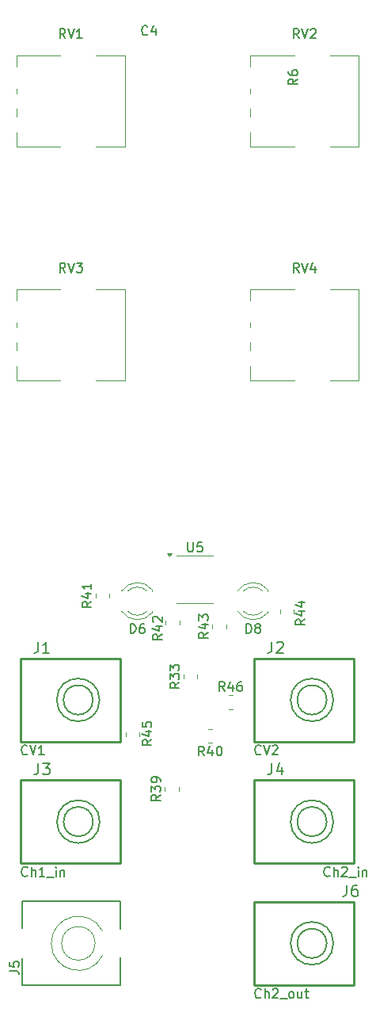
<source format=gbr>
%TF.GenerationSoftware,KiCad,Pcbnew,8.0.3-8.0.3-0~ubuntu22.04.1*%
%TF.CreationDate,2024-07-16T20:32:54+02:00*%
%TF.ProjectId,VCA_Panner,5643415f-5061-46e6-9e65-722e6b696361,rev?*%
%TF.SameCoordinates,Original*%
%TF.FileFunction,Legend,Top*%
%TF.FilePolarity,Positive*%
%FSLAX46Y46*%
G04 Gerber Fmt 4.6, Leading zero omitted, Abs format (unit mm)*
G04 Created by KiCad (PCBNEW 8.0.3-8.0.3-0~ubuntu22.04.1) date 2024-07-16 20:32:54*
%MOMM*%
%LPD*%
G01*
G04 APERTURE LIST*
%ADD10C,0.152400*%
%ADD11C,0.150000*%
%ADD12C,0.254000*%
%ADD13C,0.127000*%
%ADD14C,0.120000*%
%ADD15C,0.200000*%
G04 APERTURE END LIST*
D10*
X112736539Y-138771922D02*
X112736539Y-139633708D01*
X112736539Y-139633708D02*
X112679086Y-139806065D01*
X112679086Y-139806065D02*
X112564182Y-139920970D01*
X112564182Y-139920970D02*
X112391824Y-139978422D01*
X112391824Y-139978422D02*
X112276920Y-139978422D01*
X113196158Y-138771922D02*
X113943039Y-138771922D01*
X113943039Y-138771922D02*
X113540872Y-139231541D01*
X113540872Y-139231541D02*
X113713229Y-139231541D01*
X113713229Y-139231541D02*
X113828134Y-139288993D01*
X113828134Y-139288993D02*
X113885586Y-139346446D01*
X113885586Y-139346446D02*
X113943039Y-139461350D01*
X113943039Y-139461350D02*
X113943039Y-139748612D01*
X113943039Y-139748612D02*
X113885586Y-139863517D01*
X113885586Y-139863517D02*
X113828134Y-139920970D01*
X113828134Y-139920970D02*
X113713229Y-139978422D01*
X113713229Y-139978422D02*
X113368515Y-139978422D01*
X113368515Y-139978422D02*
X113253610Y-139920970D01*
X113253610Y-139920970D02*
X113196158Y-139863517D01*
D11*
X111554707Y-150749580D02*
X111507088Y-150797200D01*
X111507088Y-150797200D02*
X111364231Y-150844819D01*
X111364231Y-150844819D02*
X111268993Y-150844819D01*
X111268993Y-150844819D02*
X111126136Y-150797200D01*
X111126136Y-150797200D02*
X111030898Y-150701961D01*
X111030898Y-150701961D02*
X110983279Y-150606723D01*
X110983279Y-150606723D02*
X110935660Y-150416247D01*
X110935660Y-150416247D02*
X110935660Y-150273390D01*
X110935660Y-150273390D02*
X110983279Y-150082914D01*
X110983279Y-150082914D02*
X111030898Y-149987676D01*
X111030898Y-149987676D02*
X111126136Y-149892438D01*
X111126136Y-149892438D02*
X111268993Y-149844819D01*
X111268993Y-149844819D02*
X111364231Y-149844819D01*
X111364231Y-149844819D02*
X111507088Y-149892438D01*
X111507088Y-149892438D02*
X111554707Y-149940057D01*
X111983279Y-150844819D02*
X111983279Y-149844819D01*
X112411850Y-150844819D02*
X112411850Y-150321009D01*
X112411850Y-150321009D02*
X112364231Y-150225771D01*
X112364231Y-150225771D02*
X112268993Y-150178152D01*
X112268993Y-150178152D02*
X112126136Y-150178152D01*
X112126136Y-150178152D02*
X112030898Y-150225771D01*
X112030898Y-150225771D02*
X111983279Y-150273390D01*
X113411850Y-150844819D02*
X112840422Y-150844819D01*
X113126136Y-150844819D02*
X113126136Y-149844819D01*
X113126136Y-149844819D02*
X113030898Y-149987676D01*
X113030898Y-149987676D02*
X112935660Y-150082914D01*
X112935660Y-150082914D02*
X112840422Y-150130533D01*
X113602327Y-150940057D02*
X114364231Y-150940057D01*
X114602327Y-150844819D02*
X114602327Y-150178152D01*
X114602327Y-149844819D02*
X114554708Y-149892438D01*
X114554708Y-149892438D02*
X114602327Y-149940057D01*
X114602327Y-149940057D02*
X114649946Y-149892438D01*
X114649946Y-149892438D02*
X114602327Y-149844819D01*
X114602327Y-149844819D02*
X114602327Y-149940057D01*
X115078517Y-150178152D02*
X115078517Y-150844819D01*
X115078517Y-150273390D02*
X115126136Y-150225771D01*
X115126136Y-150225771D02*
X115221374Y-150178152D01*
X115221374Y-150178152D02*
X115364231Y-150178152D01*
X115364231Y-150178152D02*
X115459469Y-150225771D01*
X115459469Y-150225771D02*
X115507088Y-150321009D01*
X115507088Y-150321009D02*
X115507088Y-150844819D01*
X141254819Y-123392857D02*
X140778628Y-123726190D01*
X141254819Y-123964285D02*
X140254819Y-123964285D01*
X140254819Y-123964285D02*
X140254819Y-123583333D01*
X140254819Y-123583333D02*
X140302438Y-123488095D01*
X140302438Y-123488095D02*
X140350057Y-123440476D01*
X140350057Y-123440476D02*
X140445295Y-123392857D01*
X140445295Y-123392857D02*
X140588152Y-123392857D01*
X140588152Y-123392857D02*
X140683390Y-123440476D01*
X140683390Y-123440476D02*
X140731009Y-123488095D01*
X140731009Y-123488095D02*
X140778628Y-123583333D01*
X140778628Y-123583333D02*
X140778628Y-123964285D01*
X140588152Y-122535714D02*
X141254819Y-122535714D01*
X140207200Y-122773809D02*
X140921485Y-123011904D01*
X140921485Y-123011904D02*
X140921485Y-122392857D01*
X140588152Y-121583333D02*
X141254819Y-121583333D01*
X140207200Y-121821428D02*
X140921485Y-122059523D01*
X140921485Y-122059523D02*
X140921485Y-121440476D01*
X109667519Y-160933333D02*
X110381804Y-160933333D01*
X110381804Y-160933333D02*
X110524661Y-160980952D01*
X110524661Y-160980952D02*
X110619900Y-161076190D01*
X110619900Y-161076190D02*
X110667519Y-161219047D01*
X110667519Y-161219047D02*
X110667519Y-161314285D01*
X109667519Y-159980952D02*
X109667519Y-160457142D01*
X109667519Y-160457142D02*
X110143709Y-160504761D01*
X110143709Y-160504761D02*
X110096090Y-160457142D01*
X110096090Y-160457142D02*
X110048471Y-160361904D01*
X110048471Y-160361904D02*
X110048471Y-160123809D01*
X110048471Y-160123809D02*
X110096090Y-160028571D01*
X110096090Y-160028571D02*
X110143709Y-159980952D01*
X110143709Y-159980952D02*
X110238947Y-159933333D01*
X110238947Y-159933333D02*
X110477042Y-159933333D01*
X110477042Y-159933333D02*
X110572280Y-159980952D01*
X110572280Y-159980952D02*
X110619900Y-160028571D01*
X110619900Y-160028571D02*
X110667519Y-160123809D01*
X110667519Y-160123809D02*
X110667519Y-160361904D01*
X110667519Y-160361904D02*
X110619900Y-160457142D01*
X110619900Y-160457142D02*
X110572280Y-160504761D01*
X140614761Y-61314819D02*
X140281428Y-60838628D01*
X140043333Y-61314819D02*
X140043333Y-60314819D01*
X140043333Y-60314819D02*
X140424285Y-60314819D01*
X140424285Y-60314819D02*
X140519523Y-60362438D01*
X140519523Y-60362438D02*
X140567142Y-60410057D01*
X140567142Y-60410057D02*
X140614761Y-60505295D01*
X140614761Y-60505295D02*
X140614761Y-60648152D01*
X140614761Y-60648152D02*
X140567142Y-60743390D01*
X140567142Y-60743390D02*
X140519523Y-60791009D01*
X140519523Y-60791009D02*
X140424285Y-60838628D01*
X140424285Y-60838628D02*
X140043333Y-60838628D01*
X140900476Y-60314819D02*
X141233809Y-61314819D01*
X141233809Y-61314819D02*
X141567142Y-60314819D01*
X141852857Y-60410057D02*
X141900476Y-60362438D01*
X141900476Y-60362438D02*
X141995714Y-60314819D01*
X141995714Y-60314819D02*
X142233809Y-60314819D01*
X142233809Y-60314819D02*
X142329047Y-60362438D01*
X142329047Y-60362438D02*
X142376666Y-60410057D01*
X142376666Y-60410057D02*
X142424285Y-60505295D01*
X142424285Y-60505295D02*
X142424285Y-60600533D01*
X142424285Y-60600533D02*
X142376666Y-60743390D01*
X142376666Y-60743390D02*
X141805238Y-61314819D01*
X141805238Y-61314819D02*
X142424285Y-61314819D01*
X134966905Y-124864819D02*
X134966905Y-123864819D01*
X134966905Y-123864819D02*
X135205000Y-123864819D01*
X135205000Y-123864819D02*
X135347857Y-123912438D01*
X135347857Y-123912438D02*
X135443095Y-124007676D01*
X135443095Y-124007676D02*
X135490714Y-124102914D01*
X135490714Y-124102914D02*
X135538333Y-124293390D01*
X135538333Y-124293390D02*
X135538333Y-124436247D01*
X135538333Y-124436247D02*
X135490714Y-124626723D01*
X135490714Y-124626723D02*
X135443095Y-124721961D01*
X135443095Y-124721961D02*
X135347857Y-124817200D01*
X135347857Y-124817200D02*
X135205000Y-124864819D01*
X135205000Y-124864819D02*
X134966905Y-124864819D01*
X136109762Y-124293390D02*
X136014524Y-124245771D01*
X136014524Y-124245771D02*
X135966905Y-124198152D01*
X135966905Y-124198152D02*
X135919286Y-124102914D01*
X135919286Y-124102914D02*
X135919286Y-124055295D01*
X135919286Y-124055295D02*
X135966905Y-123960057D01*
X135966905Y-123960057D02*
X136014524Y-123912438D01*
X136014524Y-123912438D02*
X136109762Y-123864819D01*
X136109762Y-123864819D02*
X136300238Y-123864819D01*
X136300238Y-123864819D02*
X136395476Y-123912438D01*
X136395476Y-123912438D02*
X136443095Y-123960057D01*
X136443095Y-123960057D02*
X136490714Y-124055295D01*
X136490714Y-124055295D02*
X136490714Y-124102914D01*
X136490714Y-124102914D02*
X136443095Y-124198152D01*
X136443095Y-124198152D02*
X136395476Y-124245771D01*
X136395476Y-124245771D02*
X136300238Y-124293390D01*
X136300238Y-124293390D02*
X136109762Y-124293390D01*
X136109762Y-124293390D02*
X136014524Y-124341009D01*
X136014524Y-124341009D02*
X135966905Y-124388628D01*
X135966905Y-124388628D02*
X135919286Y-124483866D01*
X135919286Y-124483866D02*
X135919286Y-124674342D01*
X135919286Y-124674342D02*
X135966905Y-124769580D01*
X135966905Y-124769580D02*
X136014524Y-124817200D01*
X136014524Y-124817200D02*
X136109762Y-124864819D01*
X136109762Y-124864819D02*
X136300238Y-124864819D01*
X136300238Y-124864819D02*
X136395476Y-124817200D01*
X136395476Y-124817200D02*
X136443095Y-124769580D01*
X136443095Y-124769580D02*
X136490714Y-124674342D01*
X136490714Y-124674342D02*
X136490714Y-124483866D01*
X136490714Y-124483866D02*
X136443095Y-124388628D01*
X136443095Y-124388628D02*
X136395476Y-124341009D01*
X136395476Y-124341009D02*
X136300238Y-124293390D01*
X127804819Y-130142857D02*
X127328628Y-130476190D01*
X127804819Y-130714285D02*
X126804819Y-130714285D01*
X126804819Y-130714285D02*
X126804819Y-130333333D01*
X126804819Y-130333333D02*
X126852438Y-130238095D01*
X126852438Y-130238095D02*
X126900057Y-130190476D01*
X126900057Y-130190476D02*
X126995295Y-130142857D01*
X126995295Y-130142857D02*
X127138152Y-130142857D01*
X127138152Y-130142857D02*
X127233390Y-130190476D01*
X127233390Y-130190476D02*
X127281009Y-130238095D01*
X127281009Y-130238095D02*
X127328628Y-130333333D01*
X127328628Y-130333333D02*
X127328628Y-130714285D01*
X126804819Y-129809523D02*
X126804819Y-129190476D01*
X126804819Y-129190476D02*
X127185771Y-129523809D01*
X127185771Y-129523809D02*
X127185771Y-129380952D01*
X127185771Y-129380952D02*
X127233390Y-129285714D01*
X127233390Y-129285714D02*
X127281009Y-129238095D01*
X127281009Y-129238095D02*
X127376247Y-129190476D01*
X127376247Y-129190476D02*
X127614342Y-129190476D01*
X127614342Y-129190476D02*
X127709580Y-129238095D01*
X127709580Y-129238095D02*
X127757200Y-129285714D01*
X127757200Y-129285714D02*
X127804819Y-129380952D01*
X127804819Y-129380952D02*
X127804819Y-129666666D01*
X127804819Y-129666666D02*
X127757200Y-129761904D01*
X127757200Y-129761904D02*
X127709580Y-129809523D01*
X126804819Y-128857142D02*
X126804819Y-128238095D01*
X126804819Y-128238095D02*
X127185771Y-128571428D01*
X127185771Y-128571428D02*
X127185771Y-128428571D01*
X127185771Y-128428571D02*
X127233390Y-128333333D01*
X127233390Y-128333333D02*
X127281009Y-128285714D01*
X127281009Y-128285714D02*
X127376247Y-128238095D01*
X127376247Y-128238095D02*
X127614342Y-128238095D01*
X127614342Y-128238095D02*
X127709580Y-128285714D01*
X127709580Y-128285714D02*
X127757200Y-128333333D01*
X127757200Y-128333333D02*
X127804819Y-128428571D01*
X127804819Y-128428571D02*
X127804819Y-128714285D01*
X127804819Y-128714285D02*
X127757200Y-128809523D01*
X127757200Y-128809523D02*
X127709580Y-128857142D01*
X115614761Y-86314819D02*
X115281428Y-85838628D01*
X115043333Y-86314819D02*
X115043333Y-85314819D01*
X115043333Y-85314819D02*
X115424285Y-85314819D01*
X115424285Y-85314819D02*
X115519523Y-85362438D01*
X115519523Y-85362438D02*
X115567142Y-85410057D01*
X115567142Y-85410057D02*
X115614761Y-85505295D01*
X115614761Y-85505295D02*
X115614761Y-85648152D01*
X115614761Y-85648152D02*
X115567142Y-85743390D01*
X115567142Y-85743390D02*
X115519523Y-85791009D01*
X115519523Y-85791009D02*
X115424285Y-85838628D01*
X115424285Y-85838628D02*
X115043333Y-85838628D01*
X115900476Y-85314819D02*
X116233809Y-86314819D01*
X116233809Y-86314819D02*
X116567142Y-85314819D01*
X116805238Y-85314819D02*
X117424285Y-85314819D01*
X117424285Y-85314819D02*
X117090952Y-85695771D01*
X117090952Y-85695771D02*
X117233809Y-85695771D01*
X117233809Y-85695771D02*
X117329047Y-85743390D01*
X117329047Y-85743390D02*
X117376666Y-85791009D01*
X117376666Y-85791009D02*
X117424285Y-85886247D01*
X117424285Y-85886247D02*
X117424285Y-86124342D01*
X117424285Y-86124342D02*
X117376666Y-86219580D01*
X117376666Y-86219580D02*
X117329047Y-86267200D01*
X117329047Y-86267200D02*
X117233809Y-86314819D01*
X117233809Y-86314819D02*
X116948095Y-86314819D01*
X116948095Y-86314819D02*
X116852857Y-86267200D01*
X116852857Y-86267200D02*
X116805238Y-86219580D01*
D10*
X137715039Y-125771922D02*
X137715039Y-126633708D01*
X137715039Y-126633708D02*
X137657586Y-126806065D01*
X137657586Y-126806065D02*
X137542682Y-126920970D01*
X137542682Y-126920970D02*
X137370324Y-126978422D01*
X137370324Y-126978422D02*
X137255420Y-126978422D01*
X138232110Y-125886827D02*
X138289562Y-125829374D01*
X138289562Y-125829374D02*
X138404467Y-125771922D01*
X138404467Y-125771922D02*
X138691729Y-125771922D01*
X138691729Y-125771922D02*
X138806634Y-125829374D01*
X138806634Y-125829374D02*
X138864086Y-125886827D01*
X138864086Y-125886827D02*
X138921539Y-126001731D01*
X138921539Y-126001731D02*
X138921539Y-126116636D01*
X138921539Y-126116636D02*
X138864086Y-126288993D01*
X138864086Y-126288993D02*
X138174658Y-126978422D01*
X138174658Y-126978422D02*
X138921539Y-126978422D01*
D11*
X136533207Y-137749580D02*
X136485588Y-137797200D01*
X136485588Y-137797200D02*
X136342731Y-137844819D01*
X136342731Y-137844819D02*
X136247493Y-137844819D01*
X136247493Y-137844819D02*
X136104636Y-137797200D01*
X136104636Y-137797200D02*
X136009398Y-137701961D01*
X136009398Y-137701961D02*
X135961779Y-137606723D01*
X135961779Y-137606723D02*
X135914160Y-137416247D01*
X135914160Y-137416247D02*
X135914160Y-137273390D01*
X135914160Y-137273390D02*
X135961779Y-137082914D01*
X135961779Y-137082914D02*
X136009398Y-136987676D01*
X136009398Y-136987676D02*
X136104636Y-136892438D01*
X136104636Y-136892438D02*
X136247493Y-136844819D01*
X136247493Y-136844819D02*
X136342731Y-136844819D01*
X136342731Y-136844819D02*
X136485588Y-136892438D01*
X136485588Y-136892438D02*
X136533207Y-136940057D01*
X136818922Y-136844819D02*
X137152255Y-137844819D01*
X137152255Y-137844819D02*
X137485588Y-136844819D01*
X137771303Y-136940057D02*
X137818922Y-136892438D01*
X137818922Y-136892438D02*
X137914160Y-136844819D01*
X137914160Y-136844819D02*
X138152255Y-136844819D01*
X138152255Y-136844819D02*
X138247493Y-136892438D01*
X138247493Y-136892438D02*
X138295112Y-136940057D01*
X138295112Y-136940057D02*
X138342731Y-137035295D01*
X138342731Y-137035295D02*
X138342731Y-137130533D01*
X138342731Y-137130533D02*
X138295112Y-137273390D01*
X138295112Y-137273390D02*
X137723684Y-137844819D01*
X137723684Y-137844819D02*
X138342731Y-137844819D01*
X130904819Y-124792857D02*
X130428628Y-125126190D01*
X130904819Y-125364285D02*
X129904819Y-125364285D01*
X129904819Y-125364285D02*
X129904819Y-124983333D01*
X129904819Y-124983333D02*
X129952438Y-124888095D01*
X129952438Y-124888095D02*
X130000057Y-124840476D01*
X130000057Y-124840476D02*
X130095295Y-124792857D01*
X130095295Y-124792857D02*
X130238152Y-124792857D01*
X130238152Y-124792857D02*
X130333390Y-124840476D01*
X130333390Y-124840476D02*
X130381009Y-124888095D01*
X130381009Y-124888095D02*
X130428628Y-124983333D01*
X130428628Y-124983333D02*
X130428628Y-125364285D01*
X130238152Y-123935714D02*
X130904819Y-123935714D01*
X129857200Y-124173809D02*
X130571485Y-124411904D01*
X130571485Y-124411904D02*
X130571485Y-123792857D01*
X129904819Y-123507142D02*
X129904819Y-122888095D01*
X129904819Y-122888095D02*
X130285771Y-123221428D01*
X130285771Y-123221428D02*
X130285771Y-123078571D01*
X130285771Y-123078571D02*
X130333390Y-122983333D01*
X130333390Y-122983333D02*
X130381009Y-122935714D01*
X130381009Y-122935714D02*
X130476247Y-122888095D01*
X130476247Y-122888095D02*
X130714342Y-122888095D01*
X130714342Y-122888095D02*
X130809580Y-122935714D01*
X130809580Y-122935714D02*
X130857200Y-122983333D01*
X130857200Y-122983333D02*
X130904819Y-123078571D01*
X130904819Y-123078571D02*
X130904819Y-123364285D01*
X130904819Y-123364285D02*
X130857200Y-123459523D01*
X130857200Y-123459523D02*
X130809580Y-123507142D01*
X132657142Y-131054819D02*
X132323809Y-130578628D01*
X132085714Y-131054819D02*
X132085714Y-130054819D01*
X132085714Y-130054819D02*
X132466666Y-130054819D01*
X132466666Y-130054819D02*
X132561904Y-130102438D01*
X132561904Y-130102438D02*
X132609523Y-130150057D01*
X132609523Y-130150057D02*
X132657142Y-130245295D01*
X132657142Y-130245295D02*
X132657142Y-130388152D01*
X132657142Y-130388152D02*
X132609523Y-130483390D01*
X132609523Y-130483390D02*
X132561904Y-130531009D01*
X132561904Y-130531009D02*
X132466666Y-130578628D01*
X132466666Y-130578628D02*
X132085714Y-130578628D01*
X133514285Y-130388152D02*
X133514285Y-131054819D01*
X133276190Y-130007200D02*
X133038095Y-130721485D01*
X133038095Y-130721485D02*
X133657142Y-130721485D01*
X134466666Y-130054819D02*
X134276190Y-130054819D01*
X134276190Y-130054819D02*
X134180952Y-130102438D01*
X134180952Y-130102438D02*
X134133333Y-130150057D01*
X134133333Y-130150057D02*
X134038095Y-130292914D01*
X134038095Y-130292914D02*
X133990476Y-130483390D01*
X133990476Y-130483390D02*
X133990476Y-130864342D01*
X133990476Y-130864342D02*
X134038095Y-130959580D01*
X134038095Y-130959580D02*
X134085714Y-131007200D01*
X134085714Y-131007200D02*
X134180952Y-131054819D01*
X134180952Y-131054819D02*
X134371428Y-131054819D01*
X134371428Y-131054819D02*
X134466666Y-131007200D01*
X134466666Y-131007200D02*
X134514285Y-130959580D01*
X134514285Y-130959580D02*
X134561904Y-130864342D01*
X134561904Y-130864342D02*
X134561904Y-130626247D01*
X134561904Y-130626247D02*
X134514285Y-130531009D01*
X134514285Y-130531009D02*
X134466666Y-130483390D01*
X134466666Y-130483390D02*
X134371428Y-130435771D01*
X134371428Y-130435771D02*
X134180952Y-130435771D01*
X134180952Y-130435771D02*
X134085714Y-130483390D01*
X134085714Y-130483390D02*
X134038095Y-130531009D01*
X134038095Y-130531009D02*
X133990476Y-130626247D01*
X122591905Y-124864819D02*
X122591905Y-123864819D01*
X122591905Y-123864819D02*
X122830000Y-123864819D01*
X122830000Y-123864819D02*
X122972857Y-123912438D01*
X122972857Y-123912438D02*
X123068095Y-124007676D01*
X123068095Y-124007676D02*
X123115714Y-124102914D01*
X123115714Y-124102914D02*
X123163333Y-124293390D01*
X123163333Y-124293390D02*
X123163333Y-124436247D01*
X123163333Y-124436247D02*
X123115714Y-124626723D01*
X123115714Y-124626723D02*
X123068095Y-124721961D01*
X123068095Y-124721961D02*
X122972857Y-124817200D01*
X122972857Y-124817200D02*
X122830000Y-124864819D01*
X122830000Y-124864819D02*
X122591905Y-124864819D01*
X124020476Y-123864819D02*
X123830000Y-123864819D01*
X123830000Y-123864819D02*
X123734762Y-123912438D01*
X123734762Y-123912438D02*
X123687143Y-123960057D01*
X123687143Y-123960057D02*
X123591905Y-124102914D01*
X123591905Y-124102914D02*
X123544286Y-124293390D01*
X123544286Y-124293390D02*
X123544286Y-124674342D01*
X123544286Y-124674342D02*
X123591905Y-124769580D01*
X123591905Y-124769580D02*
X123639524Y-124817200D01*
X123639524Y-124817200D02*
X123734762Y-124864819D01*
X123734762Y-124864819D02*
X123925238Y-124864819D01*
X123925238Y-124864819D02*
X124020476Y-124817200D01*
X124020476Y-124817200D02*
X124068095Y-124769580D01*
X124068095Y-124769580D02*
X124115714Y-124674342D01*
X124115714Y-124674342D02*
X124115714Y-124436247D01*
X124115714Y-124436247D02*
X124068095Y-124341009D01*
X124068095Y-124341009D02*
X124020476Y-124293390D01*
X124020476Y-124293390D02*
X123925238Y-124245771D01*
X123925238Y-124245771D02*
X123734762Y-124245771D01*
X123734762Y-124245771D02*
X123639524Y-124293390D01*
X123639524Y-124293390D02*
X123591905Y-124341009D01*
X123591905Y-124341009D02*
X123544286Y-124436247D01*
X128713095Y-115169819D02*
X128713095Y-115979342D01*
X128713095Y-115979342D02*
X128760714Y-116074580D01*
X128760714Y-116074580D02*
X128808333Y-116122200D01*
X128808333Y-116122200D02*
X128903571Y-116169819D01*
X128903571Y-116169819D02*
X129094047Y-116169819D01*
X129094047Y-116169819D02*
X129189285Y-116122200D01*
X129189285Y-116122200D02*
X129236904Y-116074580D01*
X129236904Y-116074580D02*
X129284523Y-115979342D01*
X129284523Y-115979342D02*
X129284523Y-115169819D01*
X130236904Y-115169819D02*
X129760714Y-115169819D01*
X129760714Y-115169819D02*
X129713095Y-115646009D01*
X129713095Y-115646009D02*
X129760714Y-115598390D01*
X129760714Y-115598390D02*
X129855952Y-115550771D01*
X129855952Y-115550771D02*
X130094047Y-115550771D01*
X130094047Y-115550771D02*
X130189285Y-115598390D01*
X130189285Y-115598390D02*
X130236904Y-115646009D01*
X130236904Y-115646009D02*
X130284523Y-115741247D01*
X130284523Y-115741247D02*
X130284523Y-115979342D01*
X130284523Y-115979342D02*
X130236904Y-116074580D01*
X130236904Y-116074580D02*
X130189285Y-116122200D01*
X130189285Y-116122200D02*
X130094047Y-116169819D01*
X130094047Y-116169819D02*
X129855952Y-116169819D01*
X129855952Y-116169819D02*
X129760714Y-116122200D01*
X129760714Y-116122200D02*
X129713095Y-116074580D01*
X125804819Y-142142857D02*
X125328628Y-142476190D01*
X125804819Y-142714285D02*
X124804819Y-142714285D01*
X124804819Y-142714285D02*
X124804819Y-142333333D01*
X124804819Y-142333333D02*
X124852438Y-142238095D01*
X124852438Y-142238095D02*
X124900057Y-142190476D01*
X124900057Y-142190476D02*
X124995295Y-142142857D01*
X124995295Y-142142857D02*
X125138152Y-142142857D01*
X125138152Y-142142857D02*
X125233390Y-142190476D01*
X125233390Y-142190476D02*
X125281009Y-142238095D01*
X125281009Y-142238095D02*
X125328628Y-142333333D01*
X125328628Y-142333333D02*
X125328628Y-142714285D01*
X124804819Y-141809523D02*
X124804819Y-141190476D01*
X124804819Y-141190476D02*
X125185771Y-141523809D01*
X125185771Y-141523809D02*
X125185771Y-141380952D01*
X125185771Y-141380952D02*
X125233390Y-141285714D01*
X125233390Y-141285714D02*
X125281009Y-141238095D01*
X125281009Y-141238095D02*
X125376247Y-141190476D01*
X125376247Y-141190476D02*
X125614342Y-141190476D01*
X125614342Y-141190476D02*
X125709580Y-141238095D01*
X125709580Y-141238095D02*
X125757200Y-141285714D01*
X125757200Y-141285714D02*
X125804819Y-141380952D01*
X125804819Y-141380952D02*
X125804819Y-141666666D01*
X125804819Y-141666666D02*
X125757200Y-141761904D01*
X125757200Y-141761904D02*
X125709580Y-141809523D01*
X125804819Y-140714285D02*
X125804819Y-140523809D01*
X125804819Y-140523809D02*
X125757200Y-140428571D01*
X125757200Y-140428571D02*
X125709580Y-140380952D01*
X125709580Y-140380952D02*
X125566723Y-140285714D01*
X125566723Y-140285714D02*
X125376247Y-140238095D01*
X125376247Y-140238095D02*
X124995295Y-140238095D01*
X124995295Y-140238095D02*
X124900057Y-140285714D01*
X124900057Y-140285714D02*
X124852438Y-140333333D01*
X124852438Y-140333333D02*
X124804819Y-140428571D01*
X124804819Y-140428571D02*
X124804819Y-140619047D01*
X124804819Y-140619047D02*
X124852438Y-140714285D01*
X124852438Y-140714285D02*
X124900057Y-140761904D01*
X124900057Y-140761904D02*
X124995295Y-140809523D01*
X124995295Y-140809523D02*
X125233390Y-140809523D01*
X125233390Y-140809523D02*
X125328628Y-140761904D01*
X125328628Y-140761904D02*
X125376247Y-140714285D01*
X125376247Y-140714285D02*
X125423866Y-140619047D01*
X125423866Y-140619047D02*
X125423866Y-140428571D01*
X125423866Y-140428571D02*
X125376247Y-140333333D01*
X125376247Y-140333333D02*
X125328628Y-140285714D01*
X125328628Y-140285714D02*
X125233390Y-140238095D01*
X130457142Y-137954819D02*
X130123809Y-137478628D01*
X129885714Y-137954819D02*
X129885714Y-136954819D01*
X129885714Y-136954819D02*
X130266666Y-136954819D01*
X130266666Y-136954819D02*
X130361904Y-137002438D01*
X130361904Y-137002438D02*
X130409523Y-137050057D01*
X130409523Y-137050057D02*
X130457142Y-137145295D01*
X130457142Y-137145295D02*
X130457142Y-137288152D01*
X130457142Y-137288152D02*
X130409523Y-137383390D01*
X130409523Y-137383390D02*
X130361904Y-137431009D01*
X130361904Y-137431009D02*
X130266666Y-137478628D01*
X130266666Y-137478628D02*
X129885714Y-137478628D01*
X131314285Y-137288152D02*
X131314285Y-137954819D01*
X131076190Y-136907200D02*
X130838095Y-137621485D01*
X130838095Y-137621485D02*
X131457142Y-137621485D01*
X132028571Y-136954819D02*
X132123809Y-136954819D01*
X132123809Y-136954819D02*
X132219047Y-137002438D01*
X132219047Y-137002438D02*
X132266666Y-137050057D01*
X132266666Y-137050057D02*
X132314285Y-137145295D01*
X132314285Y-137145295D02*
X132361904Y-137335771D01*
X132361904Y-137335771D02*
X132361904Y-137573866D01*
X132361904Y-137573866D02*
X132314285Y-137764342D01*
X132314285Y-137764342D02*
X132266666Y-137859580D01*
X132266666Y-137859580D02*
X132219047Y-137907200D01*
X132219047Y-137907200D02*
X132123809Y-137954819D01*
X132123809Y-137954819D02*
X132028571Y-137954819D01*
X132028571Y-137954819D02*
X131933333Y-137907200D01*
X131933333Y-137907200D02*
X131885714Y-137859580D01*
X131885714Y-137859580D02*
X131838095Y-137764342D01*
X131838095Y-137764342D02*
X131790476Y-137573866D01*
X131790476Y-137573866D02*
X131790476Y-137335771D01*
X131790476Y-137335771D02*
X131838095Y-137145295D01*
X131838095Y-137145295D02*
X131885714Y-137050057D01*
X131885714Y-137050057D02*
X131933333Y-137002438D01*
X131933333Y-137002438D02*
X132028571Y-136954819D01*
D10*
X137715039Y-138771922D02*
X137715039Y-139633708D01*
X137715039Y-139633708D02*
X137657586Y-139806065D01*
X137657586Y-139806065D02*
X137542682Y-139920970D01*
X137542682Y-139920970D02*
X137370324Y-139978422D01*
X137370324Y-139978422D02*
X137255420Y-139978422D01*
X138806634Y-139174089D02*
X138806634Y-139978422D01*
X138519372Y-138714470D02*
X138232110Y-139576255D01*
X138232110Y-139576255D02*
X138978991Y-139576255D01*
D11*
X143908207Y-150749580D02*
X143860588Y-150797200D01*
X143860588Y-150797200D02*
X143717731Y-150844819D01*
X143717731Y-150844819D02*
X143622493Y-150844819D01*
X143622493Y-150844819D02*
X143479636Y-150797200D01*
X143479636Y-150797200D02*
X143384398Y-150701961D01*
X143384398Y-150701961D02*
X143336779Y-150606723D01*
X143336779Y-150606723D02*
X143289160Y-150416247D01*
X143289160Y-150416247D02*
X143289160Y-150273390D01*
X143289160Y-150273390D02*
X143336779Y-150082914D01*
X143336779Y-150082914D02*
X143384398Y-149987676D01*
X143384398Y-149987676D02*
X143479636Y-149892438D01*
X143479636Y-149892438D02*
X143622493Y-149844819D01*
X143622493Y-149844819D02*
X143717731Y-149844819D01*
X143717731Y-149844819D02*
X143860588Y-149892438D01*
X143860588Y-149892438D02*
X143908207Y-149940057D01*
X144336779Y-150844819D02*
X144336779Y-149844819D01*
X144765350Y-150844819D02*
X144765350Y-150321009D01*
X144765350Y-150321009D02*
X144717731Y-150225771D01*
X144717731Y-150225771D02*
X144622493Y-150178152D01*
X144622493Y-150178152D02*
X144479636Y-150178152D01*
X144479636Y-150178152D02*
X144384398Y-150225771D01*
X144384398Y-150225771D02*
X144336779Y-150273390D01*
X145193922Y-149940057D02*
X145241541Y-149892438D01*
X145241541Y-149892438D02*
X145336779Y-149844819D01*
X145336779Y-149844819D02*
X145574874Y-149844819D01*
X145574874Y-149844819D02*
X145670112Y-149892438D01*
X145670112Y-149892438D02*
X145717731Y-149940057D01*
X145717731Y-149940057D02*
X145765350Y-150035295D01*
X145765350Y-150035295D02*
X145765350Y-150130533D01*
X145765350Y-150130533D02*
X145717731Y-150273390D01*
X145717731Y-150273390D02*
X145146303Y-150844819D01*
X145146303Y-150844819D02*
X145765350Y-150844819D01*
X145955827Y-150940057D02*
X146717731Y-150940057D01*
X146955827Y-150844819D02*
X146955827Y-150178152D01*
X146955827Y-149844819D02*
X146908208Y-149892438D01*
X146908208Y-149892438D02*
X146955827Y-149940057D01*
X146955827Y-149940057D02*
X147003446Y-149892438D01*
X147003446Y-149892438D02*
X146955827Y-149844819D01*
X146955827Y-149844819D02*
X146955827Y-149940057D01*
X147432017Y-150178152D02*
X147432017Y-150844819D01*
X147432017Y-150273390D02*
X147479636Y-150225771D01*
X147479636Y-150225771D02*
X147574874Y-150178152D01*
X147574874Y-150178152D02*
X147717731Y-150178152D01*
X147717731Y-150178152D02*
X147812969Y-150225771D01*
X147812969Y-150225771D02*
X147860588Y-150321009D01*
X147860588Y-150321009D02*
X147860588Y-150844819D01*
D10*
X145732239Y-151771922D02*
X145732239Y-152633708D01*
X145732239Y-152633708D02*
X145674786Y-152806065D01*
X145674786Y-152806065D02*
X145559882Y-152920970D01*
X145559882Y-152920970D02*
X145387524Y-152978422D01*
X145387524Y-152978422D02*
X145272620Y-152978422D01*
X146823834Y-151771922D02*
X146594024Y-151771922D01*
X146594024Y-151771922D02*
X146479120Y-151829374D01*
X146479120Y-151829374D02*
X146421667Y-151886827D01*
X146421667Y-151886827D02*
X146306762Y-152059184D01*
X146306762Y-152059184D02*
X146249310Y-152288993D01*
X146249310Y-152288993D02*
X146249310Y-152748612D01*
X146249310Y-152748612D02*
X146306762Y-152863517D01*
X146306762Y-152863517D02*
X146364215Y-152920970D01*
X146364215Y-152920970D02*
X146479120Y-152978422D01*
X146479120Y-152978422D02*
X146708929Y-152978422D01*
X146708929Y-152978422D02*
X146823834Y-152920970D01*
X146823834Y-152920970D02*
X146881286Y-152863517D01*
X146881286Y-152863517D02*
X146938739Y-152748612D01*
X146938739Y-152748612D02*
X146938739Y-152461350D01*
X146938739Y-152461350D02*
X146881286Y-152346446D01*
X146881286Y-152346446D02*
X146823834Y-152288993D01*
X146823834Y-152288993D02*
X146708929Y-152231541D01*
X146708929Y-152231541D02*
X146479120Y-152231541D01*
X146479120Y-152231541D02*
X146364215Y-152288993D01*
X146364215Y-152288993D02*
X146306762Y-152346446D01*
X146306762Y-152346446D02*
X146249310Y-152461350D01*
D11*
X136533207Y-163749580D02*
X136485588Y-163797200D01*
X136485588Y-163797200D02*
X136342731Y-163844819D01*
X136342731Y-163844819D02*
X136247493Y-163844819D01*
X136247493Y-163844819D02*
X136104636Y-163797200D01*
X136104636Y-163797200D02*
X136009398Y-163701961D01*
X136009398Y-163701961D02*
X135961779Y-163606723D01*
X135961779Y-163606723D02*
X135914160Y-163416247D01*
X135914160Y-163416247D02*
X135914160Y-163273390D01*
X135914160Y-163273390D02*
X135961779Y-163082914D01*
X135961779Y-163082914D02*
X136009398Y-162987676D01*
X136009398Y-162987676D02*
X136104636Y-162892438D01*
X136104636Y-162892438D02*
X136247493Y-162844819D01*
X136247493Y-162844819D02*
X136342731Y-162844819D01*
X136342731Y-162844819D02*
X136485588Y-162892438D01*
X136485588Y-162892438D02*
X136533207Y-162940057D01*
X136961779Y-163844819D02*
X136961779Y-162844819D01*
X137390350Y-163844819D02*
X137390350Y-163321009D01*
X137390350Y-163321009D02*
X137342731Y-163225771D01*
X137342731Y-163225771D02*
X137247493Y-163178152D01*
X137247493Y-163178152D02*
X137104636Y-163178152D01*
X137104636Y-163178152D02*
X137009398Y-163225771D01*
X137009398Y-163225771D02*
X136961779Y-163273390D01*
X137818922Y-162940057D02*
X137866541Y-162892438D01*
X137866541Y-162892438D02*
X137961779Y-162844819D01*
X137961779Y-162844819D02*
X138199874Y-162844819D01*
X138199874Y-162844819D02*
X138295112Y-162892438D01*
X138295112Y-162892438D02*
X138342731Y-162940057D01*
X138342731Y-162940057D02*
X138390350Y-163035295D01*
X138390350Y-163035295D02*
X138390350Y-163130533D01*
X138390350Y-163130533D02*
X138342731Y-163273390D01*
X138342731Y-163273390D02*
X137771303Y-163844819D01*
X137771303Y-163844819D02*
X138390350Y-163844819D01*
X138580827Y-163940057D02*
X139342731Y-163940057D01*
X139723684Y-163844819D02*
X139628446Y-163797200D01*
X139628446Y-163797200D02*
X139580827Y-163749580D01*
X139580827Y-163749580D02*
X139533208Y-163654342D01*
X139533208Y-163654342D02*
X139533208Y-163368628D01*
X139533208Y-163368628D02*
X139580827Y-163273390D01*
X139580827Y-163273390D02*
X139628446Y-163225771D01*
X139628446Y-163225771D02*
X139723684Y-163178152D01*
X139723684Y-163178152D02*
X139866541Y-163178152D01*
X139866541Y-163178152D02*
X139961779Y-163225771D01*
X139961779Y-163225771D02*
X140009398Y-163273390D01*
X140009398Y-163273390D02*
X140057017Y-163368628D01*
X140057017Y-163368628D02*
X140057017Y-163654342D01*
X140057017Y-163654342D02*
X140009398Y-163749580D01*
X140009398Y-163749580D02*
X139961779Y-163797200D01*
X139961779Y-163797200D02*
X139866541Y-163844819D01*
X139866541Y-163844819D02*
X139723684Y-163844819D01*
X140914160Y-163178152D02*
X140914160Y-163844819D01*
X140485589Y-163178152D02*
X140485589Y-163701961D01*
X140485589Y-163701961D02*
X140533208Y-163797200D01*
X140533208Y-163797200D02*
X140628446Y-163844819D01*
X140628446Y-163844819D02*
X140771303Y-163844819D01*
X140771303Y-163844819D02*
X140866541Y-163797200D01*
X140866541Y-163797200D02*
X140914160Y-163749580D01*
X141247494Y-163178152D02*
X141628446Y-163178152D01*
X141390351Y-162844819D02*
X141390351Y-163701961D01*
X141390351Y-163701961D02*
X141437970Y-163797200D01*
X141437970Y-163797200D02*
X141533208Y-163844819D01*
X141533208Y-163844819D02*
X141628446Y-163844819D01*
X125954819Y-124992857D02*
X125478628Y-125326190D01*
X125954819Y-125564285D02*
X124954819Y-125564285D01*
X124954819Y-125564285D02*
X124954819Y-125183333D01*
X124954819Y-125183333D02*
X125002438Y-125088095D01*
X125002438Y-125088095D02*
X125050057Y-125040476D01*
X125050057Y-125040476D02*
X125145295Y-124992857D01*
X125145295Y-124992857D02*
X125288152Y-124992857D01*
X125288152Y-124992857D02*
X125383390Y-125040476D01*
X125383390Y-125040476D02*
X125431009Y-125088095D01*
X125431009Y-125088095D02*
X125478628Y-125183333D01*
X125478628Y-125183333D02*
X125478628Y-125564285D01*
X125288152Y-124135714D02*
X125954819Y-124135714D01*
X124907200Y-124373809D02*
X125621485Y-124611904D01*
X125621485Y-124611904D02*
X125621485Y-123992857D01*
X125050057Y-123659523D02*
X125002438Y-123611904D01*
X125002438Y-123611904D02*
X124954819Y-123516666D01*
X124954819Y-123516666D02*
X124954819Y-123278571D01*
X124954819Y-123278571D02*
X125002438Y-123183333D01*
X125002438Y-123183333D02*
X125050057Y-123135714D01*
X125050057Y-123135714D02*
X125145295Y-123088095D01*
X125145295Y-123088095D02*
X125240533Y-123088095D01*
X125240533Y-123088095D02*
X125383390Y-123135714D01*
X125383390Y-123135714D02*
X125954819Y-123707142D01*
X125954819Y-123707142D02*
X125954819Y-123088095D01*
X124842119Y-136242857D02*
X124365928Y-136576190D01*
X124842119Y-136814285D02*
X123842119Y-136814285D01*
X123842119Y-136814285D02*
X123842119Y-136433333D01*
X123842119Y-136433333D02*
X123889738Y-136338095D01*
X123889738Y-136338095D02*
X123937357Y-136290476D01*
X123937357Y-136290476D02*
X124032595Y-136242857D01*
X124032595Y-136242857D02*
X124175452Y-136242857D01*
X124175452Y-136242857D02*
X124270690Y-136290476D01*
X124270690Y-136290476D02*
X124318309Y-136338095D01*
X124318309Y-136338095D02*
X124365928Y-136433333D01*
X124365928Y-136433333D02*
X124365928Y-136814285D01*
X124175452Y-135385714D02*
X124842119Y-135385714D01*
X123794500Y-135623809D02*
X124508785Y-135861904D01*
X124508785Y-135861904D02*
X124508785Y-135242857D01*
X123842119Y-134385714D02*
X123842119Y-134861904D01*
X123842119Y-134861904D02*
X124318309Y-134909523D01*
X124318309Y-134909523D02*
X124270690Y-134861904D01*
X124270690Y-134861904D02*
X124223071Y-134766666D01*
X124223071Y-134766666D02*
X124223071Y-134528571D01*
X124223071Y-134528571D02*
X124270690Y-134433333D01*
X124270690Y-134433333D02*
X124318309Y-134385714D01*
X124318309Y-134385714D02*
X124413547Y-134338095D01*
X124413547Y-134338095D02*
X124651642Y-134338095D01*
X124651642Y-134338095D02*
X124746880Y-134385714D01*
X124746880Y-134385714D02*
X124794500Y-134433333D01*
X124794500Y-134433333D02*
X124842119Y-134528571D01*
X124842119Y-134528571D02*
X124842119Y-134766666D01*
X124842119Y-134766666D02*
X124794500Y-134861904D01*
X124794500Y-134861904D02*
X124746880Y-134909523D01*
X140614761Y-86314819D02*
X140281428Y-85838628D01*
X140043333Y-86314819D02*
X140043333Y-85314819D01*
X140043333Y-85314819D02*
X140424285Y-85314819D01*
X140424285Y-85314819D02*
X140519523Y-85362438D01*
X140519523Y-85362438D02*
X140567142Y-85410057D01*
X140567142Y-85410057D02*
X140614761Y-85505295D01*
X140614761Y-85505295D02*
X140614761Y-85648152D01*
X140614761Y-85648152D02*
X140567142Y-85743390D01*
X140567142Y-85743390D02*
X140519523Y-85791009D01*
X140519523Y-85791009D02*
X140424285Y-85838628D01*
X140424285Y-85838628D02*
X140043333Y-85838628D01*
X140900476Y-85314819D02*
X141233809Y-86314819D01*
X141233809Y-86314819D02*
X141567142Y-85314819D01*
X142329047Y-85648152D02*
X142329047Y-86314819D01*
X142090952Y-85267200D02*
X141852857Y-85981485D01*
X141852857Y-85981485D02*
X142471904Y-85981485D01*
D10*
X112715039Y-125771922D02*
X112715039Y-126633708D01*
X112715039Y-126633708D02*
X112657586Y-126806065D01*
X112657586Y-126806065D02*
X112542682Y-126920970D01*
X112542682Y-126920970D02*
X112370324Y-126978422D01*
X112370324Y-126978422D02*
X112255420Y-126978422D01*
X113921539Y-126978422D02*
X113232110Y-126978422D01*
X113576824Y-126978422D02*
X113576824Y-125771922D01*
X113576824Y-125771922D02*
X113461920Y-125944279D01*
X113461920Y-125944279D02*
X113347015Y-126059184D01*
X113347015Y-126059184D02*
X113232110Y-126116636D01*
D11*
X111533207Y-137749580D02*
X111485588Y-137797200D01*
X111485588Y-137797200D02*
X111342731Y-137844819D01*
X111342731Y-137844819D02*
X111247493Y-137844819D01*
X111247493Y-137844819D02*
X111104636Y-137797200D01*
X111104636Y-137797200D02*
X111009398Y-137701961D01*
X111009398Y-137701961D02*
X110961779Y-137606723D01*
X110961779Y-137606723D02*
X110914160Y-137416247D01*
X110914160Y-137416247D02*
X110914160Y-137273390D01*
X110914160Y-137273390D02*
X110961779Y-137082914D01*
X110961779Y-137082914D02*
X111009398Y-136987676D01*
X111009398Y-136987676D02*
X111104636Y-136892438D01*
X111104636Y-136892438D02*
X111247493Y-136844819D01*
X111247493Y-136844819D02*
X111342731Y-136844819D01*
X111342731Y-136844819D02*
X111485588Y-136892438D01*
X111485588Y-136892438D02*
X111533207Y-136940057D01*
X111818922Y-136844819D02*
X112152255Y-137844819D01*
X112152255Y-137844819D02*
X112485588Y-136844819D01*
X113342731Y-137844819D02*
X112771303Y-137844819D01*
X113057017Y-137844819D02*
X113057017Y-136844819D01*
X113057017Y-136844819D02*
X112961779Y-136987676D01*
X112961779Y-136987676D02*
X112866541Y-137082914D01*
X112866541Y-137082914D02*
X112771303Y-137130533D01*
X115614761Y-61314819D02*
X115281428Y-60838628D01*
X115043333Y-61314819D02*
X115043333Y-60314819D01*
X115043333Y-60314819D02*
X115424285Y-60314819D01*
X115424285Y-60314819D02*
X115519523Y-60362438D01*
X115519523Y-60362438D02*
X115567142Y-60410057D01*
X115567142Y-60410057D02*
X115614761Y-60505295D01*
X115614761Y-60505295D02*
X115614761Y-60648152D01*
X115614761Y-60648152D02*
X115567142Y-60743390D01*
X115567142Y-60743390D02*
X115519523Y-60791009D01*
X115519523Y-60791009D02*
X115424285Y-60838628D01*
X115424285Y-60838628D02*
X115043333Y-60838628D01*
X115900476Y-60314819D02*
X116233809Y-61314819D01*
X116233809Y-61314819D02*
X116567142Y-60314819D01*
X117424285Y-61314819D02*
X116852857Y-61314819D01*
X117138571Y-61314819D02*
X117138571Y-60314819D01*
X117138571Y-60314819D02*
X117043333Y-60457676D01*
X117043333Y-60457676D02*
X116948095Y-60552914D01*
X116948095Y-60552914D02*
X116852857Y-60600533D01*
X118404819Y-121492857D02*
X117928628Y-121826190D01*
X118404819Y-122064285D02*
X117404819Y-122064285D01*
X117404819Y-122064285D02*
X117404819Y-121683333D01*
X117404819Y-121683333D02*
X117452438Y-121588095D01*
X117452438Y-121588095D02*
X117500057Y-121540476D01*
X117500057Y-121540476D02*
X117595295Y-121492857D01*
X117595295Y-121492857D02*
X117738152Y-121492857D01*
X117738152Y-121492857D02*
X117833390Y-121540476D01*
X117833390Y-121540476D02*
X117881009Y-121588095D01*
X117881009Y-121588095D02*
X117928628Y-121683333D01*
X117928628Y-121683333D02*
X117928628Y-122064285D01*
X117738152Y-120635714D02*
X118404819Y-120635714D01*
X117357200Y-120873809D02*
X118071485Y-121111904D01*
X118071485Y-121111904D02*
X118071485Y-120492857D01*
X118404819Y-119588095D02*
X118404819Y-120159523D01*
X118404819Y-119873809D02*
X117404819Y-119873809D01*
X117404819Y-119873809D02*
X117547676Y-119969047D01*
X117547676Y-119969047D02*
X117642914Y-120064285D01*
X117642914Y-120064285D02*
X117690533Y-120159523D01*
X124423134Y-60884580D02*
X124375515Y-60932200D01*
X124375515Y-60932200D02*
X124232658Y-60979819D01*
X124232658Y-60979819D02*
X124137420Y-60979819D01*
X124137420Y-60979819D02*
X123994563Y-60932200D01*
X123994563Y-60932200D02*
X123899325Y-60836961D01*
X123899325Y-60836961D02*
X123851706Y-60741723D01*
X123851706Y-60741723D02*
X123804087Y-60551247D01*
X123804087Y-60551247D02*
X123804087Y-60408390D01*
X123804087Y-60408390D02*
X123851706Y-60217914D01*
X123851706Y-60217914D02*
X123899325Y-60122676D01*
X123899325Y-60122676D02*
X123994563Y-60027438D01*
X123994563Y-60027438D02*
X124137420Y-59979819D01*
X124137420Y-59979819D02*
X124232658Y-59979819D01*
X124232658Y-59979819D02*
X124375515Y-60027438D01*
X124375515Y-60027438D02*
X124423134Y-60075057D01*
X125280277Y-60313152D02*
X125280277Y-60979819D01*
X125042182Y-59932200D02*
X124804087Y-60646485D01*
X124804087Y-60646485D02*
X125423134Y-60646485D01*
X140454819Y-65666666D02*
X139978628Y-65999999D01*
X140454819Y-66238094D02*
X139454819Y-66238094D01*
X139454819Y-66238094D02*
X139454819Y-65857142D01*
X139454819Y-65857142D02*
X139502438Y-65761904D01*
X139502438Y-65761904D02*
X139550057Y-65714285D01*
X139550057Y-65714285D02*
X139645295Y-65666666D01*
X139645295Y-65666666D02*
X139788152Y-65666666D01*
X139788152Y-65666666D02*
X139883390Y-65714285D01*
X139883390Y-65714285D02*
X139931009Y-65761904D01*
X139931009Y-65761904D02*
X139978628Y-65857142D01*
X139978628Y-65857142D02*
X139978628Y-66238094D01*
X139454819Y-64809523D02*
X139454819Y-64999999D01*
X139454819Y-64999999D02*
X139502438Y-65095237D01*
X139502438Y-65095237D02*
X139550057Y-65142856D01*
X139550057Y-65142856D02*
X139692914Y-65238094D01*
X139692914Y-65238094D02*
X139883390Y-65285713D01*
X139883390Y-65285713D02*
X140264342Y-65285713D01*
X140264342Y-65285713D02*
X140359580Y-65238094D01*
X140359580Y-65238094D02*
X140407200Y-65190475D01*
X140407200Y-65190475D02*
X140454819Y-65095237D01*
X140454819Y-65095237D02*
X140454819Y-64904761D01*
X140454819Y-64904761D02*
X140407200Y-64809523D01*
X140407200Y-64809523D02*
X140359580Y-64761904D01*
X140359580Y-64761904D02*
X140264342Y-64714285D01*
X140264342Y-64714285D02*
X140026247Y-64714285D01*
X140026247Y-64714285D02*
X139931009Y-64761904D01*
X139931009Y-64761904D02*
X139883390Y-64809523D01*
X139883390Y-64809523D02*
X139835771Y-64904761D01*
X139835771Y-64904761D02*
X139835771Y-65095237D01*
X139835771Y-65095237D02*
X139883390Y-65190475D01*
X139883390Y-65190475D02*
X139931009Y-65238094D01*
X139931009Y-65238094D02*
X140026247Y-65285713D01*
D12*
%TO.C,J3*%
X110849300Y-140555000D02*
X110849300Y-149445000D01*
X110849300Y-149445000D02*
X121517300Y-149445000D01*
X121517300Y-140555000D02*
X110849300Y-140555000D01*
X121517300Y-149445000D02*
X121517300Y-140555000D01*
D13*
X118583600Y-145000000D02*
G75*
G02*
X115434000Y-145000000I-1574800J0D01*
G01*
X115434000Y-145000000D02*
G75*
G02*
X118583600Y-145000000I1574800J0D01*
G01*
X119294800Y-145000000D02*
G75*
G02*
X114722800Y-145000000I-2286000J0D01*
G01*
X114722800Y-145000000D02*
G75*
G02*
X119294800Y-145000000I2286000J0D01*
G01*
D14*
%TO.C,R44*%
X138565000Y-122777064D02*
X138565000Y-122322936D01*
X140035000Y-122777064D02*
X140035000Y-122322936D01*
D15*
%TO.C,J5*%
X111012700Y-156400000D02*
X111012700Y-153500000D01*
X111012700Y-162500000D02*
X111012700Y-159600000D01*
X121512700Y-153500000D02*
X111012700Y-153500000D01*
X121512700Y-156500000D02*
X121512700Y-153500000D01*
X121512700Y-162500000D02*
X111012700Y-162500000D01*
X121512700Y-162500000D02*
X121512700Y-159500000D01*
D14*
X114117700Y-158000000D02*
G75*
G02*
X119601276Y-156703737I2895000J0D01*
G01*
X119601277Y-159296263D02*
G75*
G02*
X114117699Y-158000000I-2588577J1296263D01*
G01*
X118812700Y-158000000D02*
G75*
G02*
X115212700Y-158000000I-1800000J0D01*
G01*
X115212700Y-158000000D02*
G75*
G02*
X118812700Y-158000000I1800000J0D01*
G01*
%TO.C,RV2*%
X135380000Y-63120000D02*
X140100000Y-63120000D01*
X135380000Y-64310000D02*
X135380000Y-63130000D01*
X135380000Y-67210000D02*
X135380000Y-66680000D01*
X135380000Y-69660000D02*
X135380000Y-68830000D01*
X135380000Y-72870000D02*
X135380000Y-71380000D01*
X135380000Y-72870000D02*
X140100000Y-72870000D01*
X143910000Y-63130000D02*
X146970000Y-63130000D01*
X143910000Y-72870000D02*
X146970000Y-72870000D01*
X146970000Y-72870000D02*
X146970000Y-63130000D01*
%TO.C,D8*%
X137265000Y-120370000D02*
X137265000Y-120214000D01*
X137265000Y-122686000D02*
X137265000Y-122530000D01*
X134032665Y-120371392D02*
G75*
G02*
X137265000Y-120214484I1672335J-1078608D01*
G01*
X134663870Y-120370163D02*
G75*
G02*
X136745961Y-120370000I1041130J-1079837D01*
G01*
X136745961Y-122530000D02*
G75*
G02*
X134663870Y-122529837I-1040961J1080000D01*
G01*
X137265000Y-122685516D02*
G75*
G02*
X134032665Y-122528608I-1560000J1235516D01*
G01*
%TO.C,R33*%
X128265000Y-129727064D02*
X128265000Y-129272936D01*
X129735000Y-129727064D02*
X129735000Y-129272936D01*
%TO.C,RV3*%
X110380000Y-88120000D02*
X115100000Y-88120000D01*
X110380000Y-89310000D02*
X110380000Y-88130000D01*
X110380000Y-92210000D02*
X110380000Y-91680000D01*
X110380000Y-94660000D02*
X110380000Y-93830000D01*
X110380000Y-97870000D02*
X110380000Y-96380000D01*
X110380000Y-97870000D02*
X115100000Y-97870000D01*
X118910000Y-88130000D02*
X121970000Y-88130000D01*
X118910000Y-97870000D02*
X121970000Y-97870000D01*
X121970000Y-97870000D02*
X121970000Y-88130000D01*
D12*
%TO.C,J2*%
X135840500Y-127555000D02*
X135840500Y-136445000D01*
X135840500Y-136445000D02*
X146508500Y-136445000D01*
X146508500Y-127555000D02*
X135840500Y-127555000D01*
X146508500Y-136445000D02*
X146508500Y-127555000D01*
D13*
X143574800Y-132000000D02*
G75*
G02*
X140425200Y-132000000I-1574800J0D01*
G01*
X140425200Y-132000000D02*
G75*
G02*
X143574800Y-132000000I1574800J0D01*
G01*
X144286000Y-132000000D02*
G75*
G02*
X139714000Y-132000000I-2286000J0D01*
G01*
X139714000Y-132000000D02*
G75*
G02*
X144286000Y-132000000I2286000J0D01*
G01*
D14*
%TO.C,R43*%
X131365000Y-124377064D02*
X131365000Y-123922936D01*
X132835000Y-124377064D02*
X132835000Y-123922936D01*
%TO.C,R46*%
X133072936Y-131515000D02*
X133527064Y-131515000D01*
X133072936Y-132985000D02*
X133527064Y-132985000D01*
%TO.C,D6*%
X124890000Y-120370000D02*
X124890000Y-120214000D01*
X124890000Y-122686000D02*
X124890000Y-122530000D01*
X121657665Y-120371392D02*
G75*
G02*
X124890000Y-120214484I1672335J-1078608D01*
G01*
X122288870Y-120370163D02*
G75*
G02*
X124370961Y-120370000I1041130J-1079837D01*
G01*
X124370961Y-122530000D02*
G75*
G02*
X122288870Y-122529837I-1040961J1080000D01*
G01*
X124890000Y-122685516D02*
G75*
G02*
X121657665Y-122528608I-1560000J1235516D01*
G01*
%TO.C,U5*%
X129475000Y-116555000D02*
X127525000Y-116555000D01*
X129475000Y-116555000D02*
X131425000Y-116555000D01*
X129475000Y-121675000D02*
X127525000Y-121675000D01*
X129475000Y-121675000D02*
X131425000Y-121675000D01*
X126775000Y-116650000D02*
X126535000Y-116320000D01*
X127015000Y-116320000D01*
X126775000Y-116650000D01*
G36*
X126775000Y-116650000D02*
G01*
X126535000Y-116320000D01*
X127015000Y-116320000D01*
X126775000Y-116650000D01*
G37*
%TO.C,R39*%
X126265000Y-141727064D02*
X126265000Y-141272936D01*
X127735000Y-141727064D02*
X127735000Y-141272936D01*
%TO.C,R40*%
X131327064Y-135115000D02*
X130872936Y-135115000D01*
X131327064Y-136585000D02*
X130872936Y-136585000D01*
D12*
%TO.C,J4*%
X135840500Y-140555000D02*
X135840500Y-149445000D01*
X135840500Y-149445000D02*
X146508500Y-149445000D01*
X146508500Y-140555000D02*
X135840500Y-140555000D01*
X146508500Y-149445000D02*
X146508500Y-140555000D01*
D13*
X143574800Y-145000000D02*
G75*
G02*
X140425200Y-145000000I-1574800J0D01*
G01*
X140425200Y-145000000D02*
G75*
G02*
X143574800Y-145000000I1574800J0D01*
G01*
X144286000Y-145000000D02*
G75*
G02*
X139714000Y-145000000I-2286000J0D01*
G01*
X139714000Y-145000000D02*
G75*
G02*
X144286000Y-145000000I2286000J0D01*
G01*
D12*
%TO.C,J6*%
X135840500Y-153555000D02*
X135840500Y-162445000D01*
X135840500Y-162445000D02*
X146508500Y-162445000D01*
X146508500Y-153555000D02*
X135840500Y-153555000D01*
X146508500Y-162445000D02*
X146508500Y-153555000D01*
D13*
X143574800Y-158000000D02*
G75*
G02*
X140425200Y-158000000I-1574800J0D01*
G01*
X140425200Y-158000000D02*
G75*
G02*
X143574800Y-158000000I1574800J0D01*
G01*
X144286000Y-158000000D02*
G75*
G02*
X139714000Y-158000000I-2286000J0D01*
G01*
X139714000Y-158000000D02*
G75*
G02*
X144286000Y-158000000I2286000J0D01*
G01*
D14*
%TO.C,R42*%
X126365000Y-123977064D02*
X126365000Y-123522936D01*
X127835000Y-123977064D02*
X127835000Y-123522936D01*
%TO.C,R45*%
X122065000Y-135877064D02*
X122065000Y-135422936D01*
X123535000Y-135877064D02*
X123535000Y-135422936D01*
%TO.C,RV4*%
X135380000Y-88120000D02*
X140100000Y-88120000D01*
X135380000Y-89310000D02*
X135380000Y-88130000D01*
X135380000Y-92210000D02*
X135380000Y-91680000D01*
X135380000Y-94660000D02*
X135380000Y-93830000D01*
X135380000Y-97870000D02*
X135380000Y-96380000D01*
X135380000Y-97870000D02*
X140100000Y-97870000D01*
X143910000Y-88130000D02*
X146970000Y-88130000D01*
X143910000Y-97870000D02*
X146970000Y-97870000D01*
X146970000Y-97870000D02*
X146970000Y-88130000D01*
D12*
%TO.C,J1*%
X110827800Y-127555000D02*
X110827800Y-136445000D01*
X110827800Y-136445000D02*
X121495800Y-136445000D01*
X121495800Y-127555000D02*
X110827800Y-127555000D01*
X121495800Y-136445000D02*
X121495800Y-127555000D01*
D13*
X118562100Y-132000000D02*
G75*
G02*
X115412500Y-132000000I-1574800J0D01*
G01*
X115412500Y-132000000D02*
G75*
G02*
X118562100Y-132000000I1574800J0D01*
G01*
X119273300Y-132000000D02*
G75*
G02*
X114701300Y-132000000I-2286000J0D01*
G01*
X114701300Y-132000000D02*
G75*
G02*
X119273300Y-132000000I2286000J0D01*
G01*
D14*
%TO.C,RV1*%
X110380000Y-63120000D02*
X115100000Y-63120000D01*
X110380000Y-64310000D02*
X110380000Y-63130000D01*
X110380000Y-67210000D02*
X110380000Y-66680000D01*
X110380000Y-69660000D02*
X110380000Y-68830000D01*
X110380000Y-72870000D02*
X110380000Y-71380000D01*
X110380000Y-72870000D02*
X115100000Y-72870000D01*
X118910000Y-63130000D02*
X121970000Y-63130000D01*
X118910000Y-72870000D02*
X121970000Y-72870000D01*
X121970000Y-72870000D02*
X121970000Y-63130000D01*
%TO.C,R41*%
X118865000Y-121077064D02*
X118865000Y-120622936D01*
X120335000Y-121077064D02*
X120335000Y-120622936D01*
%TD*%
M02*

</source>
